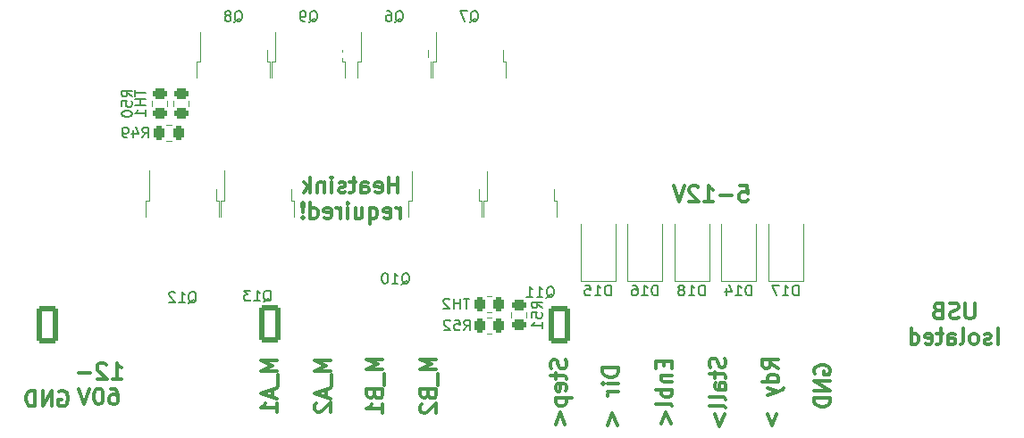
<source format=gbr>
%TF.GenerationSoftware,KiCad,Pcbnew,(6.0.4)*%
%TF.CreationDate,2022-07-31T14:49:55+02:00*%
%TF.ProjectId,HPDriver,48504472-6976-4657-922e-6b696361645f,1.0*%
%TF.SameCoordinates,Original*%
%TF.FileFunction,Legend,Bot*%
%TF.FilePolarity,Positive*%
%FSLAX46Y46*%
G04 Gerber Fmt 4.6, Leading zero omitted, Abs format (unit mm)*
G04 Created by KiCad (PCBNEW (6.0.4)) date 2022-07-31 14:49:55*
%MOMM*%
%LPD*%
G01*
G04 APERTURE LIST*
G04 Aperture macros list*
%AMRoundRect*
0 Rectangle with rounded corners*
0 $1 Rounding radius*
0 $2 $3 $4 $5 $6 $7 $8 $9 X,Y pos of 4 corners*
0 Add a 4 corners polygon primitive as box body*
4,1,4,$2,$3,$4,$5,$6,$7,$8,$9,$2,$3,0*
0 Add four circle primitives for the rounded corners*
1,1,$1+$1,$2,$3*
1,1,$1+$1,$4,$5*
1,1,$1+$1,$6,$7*
1,1,$1+$1,$8,$9*
0 Add four rect primitives between the rounded corners*
20,1,$1+$1,$2,$3,$4,$5,0*
20,1,$1+$1,$4,$5,$6,$7,0*
20,1,$1+$1,$6,$7,$8,$9,0*
20,1,$1+$1,$8,$9,$2,$3,0*%
G04 Aperture macros list end*
%ADD10C,0.300000*%
%ADD11C,0.150000*%
%ADD12C,0.120000*%
%ADD13R,1.800000X2.500000*%
%ADD14RoundRect,0.250000X-0.750000X-1.550000X0.750000X-1.550000X0.750000X1.550000X-0.750000X1.550000X0*%
%ADD15O,2.000000X3.600000*%
%ADD16C,1.000000*%
%ADD17R,1.200000X2.200000*%
%ADD18R,5.800000X6.400000*%
%ADD19C,4.400000*%
%ADD20C,3.800000*%
%ADD21RoundRect,0.250000X0.600000X-0.600000X0.600000X0.600000X-0.600000X0.600000X-0.600000X-0.600000X0*%
%ADD22C,1.700000*%
%ADD23RoundRect,0.250000X-0.450000X0.262500X-0.450000X-0.262500X0.450000X-0.262500X0.450000X0.262500X0*%
%ADD24RoundRect,0.250000X-0.262500X-0.450000X0.262500X-0.450000X0.262500X0.450000X-0.262500X0.450000X0*%
%ADD25C,0.800000*%
G04 APERTURE END LIST*
D10*
X110406571Y-134096428D02*
X108906571Y-134096428D01*
X109978000Y-134596428D01*
X108906571Y-135096428D01*
X110406571Y-135096428D01*
X110549428Y-135453571D02*
X110549428Y-136596428D01*
X109978000Y-136882142D02*
X109978000Y-137596428D01*
X110406571Y-136739285D02*
X108906571Y-137239285D01*
X110406571Y-137739285D01*
X110406571Y-139025000D02*
X110406571Y-138167857D01*
X110406571Y-138596428D02*
X108906571Y-138596428D01*
X109120857Y-138453571D01*
X109263714Y-138310714D01*
X109335142Y-138167857D01*
X161429000Y-135382142D02*
X161357571Y-135239285D01*
X161357571Y-135025000D01*
X161429000Y-134810714D01*
X161571857Y-134667857D01*
X161714714Y-134596428D01*
X162000428Y-134525000D01*
X162214714Y-134525000D01*
X162500428Y-134596428D01*
X162643285Y-134667857D01*
X162786142Y-134810714D01*
X162857571Y-135025000D01*
X162857571Y-135167857D01*
X162786142Y-135382142D01*
X162714714Y-135453571D01*
X162214714Y-135453571D01*
X162214714Y-135167857D01*
X162857571Y-136096428D02*
X161357571Y-136096428D01*
X162857571Y-136953571D01*
X161357571Y-136953571D01*
X162857571Y-137667857D02*
X161357571Y-137667857D01*
X161357571Y-138025000D01*
X161429000Y-138239285D01*
X161571857Y-138382142D01*
X161714714Y-138453571D01*
X162000428Y-138525000D01*
X162214714Y-138525000D01*
X162500428Y-138453571D01*
X162643285Y-138382142D01*
X162786142Y-138239285D01*
X162857571Y-138025000D01*
X162857571Y-137667857D01*
X137767142Y-134052857D02*
X137838571Y-134267142D01*
X137838571Y-134624285D01*
X137767142Y-134767142D01*
X137695714Y-134838571D01*
X137552857Y-134910000D01*
X137410000Y-134910000D01*
X137267142Y-134838571D01*
X137195714Y-134767142D01*
X137124285Y-134624285D01*
X137052857Y-134338571D01*
X136981428Y-134195714D01*
X136910000Y-134124285D01*
X136767142Y-134052857D01*
X136624285Y-134052857D01*
X136481428Y-134124285D01*
X136410000Y-134195714D01*
X136338571Y-134338571D01*
X136338571Y-134695714D01*
X136410000Y-134910000D01*
X136838571Y-135338571D02*
X136838571Y-135910000D01*
X136338571Y-135552857D02*
X137624285Y-135552857D01*
X137767142Y-135624285D01*
X137838571Y-135767142D01*
X137838571Y-135910000D01*
X137767142Y-136981428D02*
X137838571Y-136838571D01*
X137838571Y-136552857D01*
X137767142Y-136410000D01*
X137624285Y-136338571D01*
X137052857Y-136338571D01*
X136910000Y-136410000D01*
X136838571Y-136552857D01*
X136838571Y-136838571D01*
X136910000Y-136981428D01*
X137052857Y-137052857D01*
X137195714Y-137052857D01*
X137338571Y-136338571D01*
X136838571Y-137695714D02*
X138338571Y-137695714D01*
X136910000Y-137695714D02*
X136838571Y-137838571D01*
X136838571Y-138124285D01*
X136910000Y-138267142D01*
X136981428Y-138338571D01*
X137124285Y-138410000D01*
X137552857Y-138410000D01*
X137695714Y-138338571D01*
X137767142Y-138267142D01*
X137838571Y-138124285D01*
X137838571Y-137838571D01*
X137767142Y-137695714D01*
X136838571Y-140195714D02*
X137267142Y-139052857D01*
X137695714Y-140195714D01*
X142791571Y-134826714D02*
X141291571Y-134826714D01*
X141291571Y-135183857D01*
X141363000Y-135398142D01*
X141505857Y-135541000D01*
X141648714Y-135612428D01*
X141934428Y-135683857D01*
X142148714Y-135683857D01*
X142434428Y-135612428D01*
X142577285Y-135541000D01*
X142720142Y-135398142D01*
X142791571Y-135183857D01*
X142791571Y-134826714D01*
X142791571Y-136326714D02*
X141791571Y-136326714D01*
X141291571Y-136326714D02*
X141363000Y-136255285D01*
X141434428Y-136326714D01*
X141363000Y-136398142D01*
X141291571Y-136326714D01*
X141434428Y-136326714D01*
X142791571Y-137041000D02*
X141791571Y-137041000D01*
X142077285Y-137041000D02*
X141934428Y-137112428D01*
X141863000Y-137183857D01*
X141791571Y-137326714D01*
X141791571Y-137469571D01*
X141791571Y-140255285D02*
X142220142Y-139112428D01*
X142648714Y-140255285D01*
X147085857Y-134160000D02*
X147085857Y-134660000D01*
X147871571Y-134874285D02*
X147871571Y-134160000D01*
X146371571Y-134160000D01*
X146371571Y-134874285D01*
X146871571Y-135517142D02*
X147871571Y-135517142D01*
X147014428Y-135517142D02*
X146943000Y-135588571D01*
X146871571Y-135731428D01*
X146871571Y-135945714D01*
X146943000Y-136088571D01*
X147085857Y-136160000D01*
X147871571Y-136160000D01*
X147871571Y-136874285D02*
X146371571Y-136874285D01*
X146943000Y-136874285D02*
X146871571Y-137017142D01*
X146871571Y-137302857D01*
X146943000Y-137445714D01*
X147014428Y-137517142D01*
X147157285Y-137588571D01*
X147585857Y-137588571D01*
X147728714Y-137517142D01*
X147800142Y-137445714D01*
X147871571Y-137302857D01*
X147871571Y-137017142D01*
X147800142Y-136874285D01*
X147871571Y-138445714D02*
X147800142Y-138302857D01*
X147657285Y-138231428D01*
X146371571Y-138231428D01*
X146871571Y-140160000D02*
X147300142Y-139017142D01*
X147728714Y-140160000D01*
X152880142Y-133910000D02*
X152951571Y-134124285D01*
X152951571Y-134481428D01*
X152880142Y-134624285D01*
X152808714Y-134695714D01*
X152665857Y-134767142D01*
X152523000Y-134767142D01*
X152380142Y-134695714D01*
X152308714Y-134624285D01*
X152237285Y-134481428D01*
X152165857Y-134195714D01*
X152094428Y-134052857D01*
X152023000Y-133981428D01*
X151880142Y-133910000D01*
X151737285Y-133910000D01*
X151594428Y-133981428D01*
X151523000Y-134052857D01*
X151451571Y-134195714D01*
X151451571Y-134552857D01*
X151523000Y-134767142D01*
X151951571Y-135195714D02*
X151951571Y-135767142D01*
X151451571Y-135410000D02*
X152737285Y-135410000D01*
X152880142Y-135481428D01*
X152951571Y-135624285D01*
X152951571Y-135767142D01*
X152951571Y-136910000D02*
X152165857Y-136910000D01*
X152023000Y-136838571D01*
X151951571Y-136695714D01*
X151951571Y-136410000D01*
X152023000Y-136267142D01*
X152880142Y-136910000D02*
X152951571Y-136767142D01*
X152951571Y-136410000D01*
X152880142Y-136267142D01*
X152737285Y-136195714D01*
X152594428Y-136195714D01*
X152451571Y-136267142D01*
X152380142Y-136410000D01*
X152380142Y-136767142D01*
X152308714Y-136910000D01*
X152951571Y-137838571D02*
X152880142Y-137695714D01*
X152737285Y-137624285D01*
X151451571Y-137624285D01*
X152951571Y-138624285D02*
X152880142Y-138481428D01*
X152737285Y-138410000D01*
X151451571Y-138410000D01*
X151951571Y-139195714D02*
X152380142Y-140338571D01*
X152808714Y-139195714D01*
X157904571Y-134874285D02*
X157190285Y-134374285D01*
X157904571Y-134017142D02*
X156404571Y-134017142D01*
X156404571Y-134588571D01*
X156476000Y-134731428D01*
X156547428Y-134802857D01*
X156690285Y-134874285D01*
X156904571Y-134874285D01*
X157047428Y-134802857D01*
X157118857Y-134731428D01*
X157190285Y-134588571D01*
X157190285Y-134017142D01*
X157904571Y-136160000D02*
X156404571Y-136160000D01*
X157833142Y-136160000D02*
X157904571Y-136017142D01*
X157904571Y-135731428D01*
X157833142Y-135588571D01*
X157761714Y-135517142D01*
X157618857Y-135445714D01*
X157190285Y-135445714D01*
X157047428Y-135517142D01*
X156976000Y-135588571D01*
X156904571Y-135731428D01*
X156904571Y-136017142D01*
X156976000Y-136160000D01*
X156904571Y-136731428D02*
X157904571Y-137088571D01*
X156904571Y-137445714D02*
X157904571Y-137088571D01*
X158261714Y-136945714D01*
X158333142Y-136874285D01*
X158404571Y-136731428D01*
X156904571Y-139160000D02*
X157333142Y-140302857D01*
X157761714Y-139160000D01*
X115486571Y-134096428D02*
X113986571Y-134096428D01*
X115058000Y-134596428D01*
X113986571Y-135096428D01*
X115486571Y-135096428D01*
X115629428Y-135453571D02*
X115629428Y-136596428D01*
X115058000Y-136882142D02*
X115058000Y-137596428D01*
X115486571Y-136739285D02*
X113986571Y-137239285D01*
X115486571Y-137739285D01*
X114129428Y-138167857D02*
X114058000Y-138239285D01*
X113986571Y-138382142D01*
X113986571Y-138739285D01*
X114058000Y-138882142D01*
X114129428Y-138953571D01*
X114272285Y-139025000D01*
X114415142Y-139025000D01*
X114629428Y-138953571D01*
X115486571Y-138096428D01*
X115486571Y-139025000D01*
X120439571Y-133989285D02*
X118939571Y-133989285D01*
X120011000Y-134489285D01*
X118939571Y-134989285D01*
X120439571Y-134989285D01*
X120582428Y-135346428D02*
X120582428Y-136489285D01*
X119653857Y-137346428D02*
X119725285Y-137560714D01*
X119796714Y-137632142D01*
X119939571Y-137703571D01*
X120153857Y-137703571D01*
X120296714Y-137632142D01*
X120368142Y-137560714D01*
X120439571Y-137417857D01*
X120439571Y-136846428D01*
X118939571Y-136846428D01*
X118939571Y-137346428D01*
X119011000Y-137489285D01*
X119082428Y-137560714D01*
X119225285Y-137632142D01*
X119368142Y-137632142D01*
X119511000Y-137560714D01*
X119582428Y-137489285D01*
X119653857Y-137346428D01*
X119653857Y-136846428D01*
X120439571Y-139132142D02*
X120439571Y-138275000D01*
X120439571Y-138703571D02*
X118939571Y-138703571D01*
X119153857Y-138560714D01*
X119296714Y-138417857D01*
X119368142Y-138275000D01*
X125519571Y-133989285D02*
X124019571Y-133989285D01*
X125091000Y-134489285D01*
X124019571Y-134989285D01*
X125519571Y-134989285D01*
X125662428Y-135346428D02*
X125662428Y-136489285D01*
X124733857Y-137346428D02*
X124805285Y-137560714D01*
X124876714Y-137632142D01*
X125019571Y-137703571D01*
X125233857Y-137703571D01*
X125376714Y-137632142D01*
X125448142Y-137560714D01*
X125519571Y-137417857D01*
X125519571Y-136846428D01*
X124019571Y-136846428D01*
X124019571Y-137346428D01*
X124091000Y-137489285D01*
X124162428Y-137560714D01*
X124305285Y-137632142D01*
X124448142Y-137632142D01*
X124591000Y-137560714D01*
X124662428Y-137489285D01*
X124733857Y-137346428D01*
X124733857Y-136846428D01*
X124162428Y-138275000D02*
X124091000Y-138346428D01*
X124019571Y-138489285D01*
X124019571Y-138846428D01*
X124091000Y-138989285D01*
X124162428Y-139060714D01*
X124305285Y-139132142D01*
X124448142Y-139132142D01*
X124662428Y-139060714D01*
X125519571Y-138203571D01*
X125519571Y-139132142D01*
X176517857Y-128654071D02*
X176517857Y-129868357D01*
X176446428Y-130011214D01*
X176375000Y-130082642D01*
X176232142Y-130154071D01*
X175946428Y-130154071D01*
X175803571Y-130082642D01*
X175732142Y-130011214D01*
X175660714Y-129868357D01*
X175660714Y-128654071D01*
X175017857Y-130082642D02*
X174803571Y-130154071D01*
X174446428Y-130154071D01*
X174303571Y-130082642D01*
X174232142Y-130011214D01*
X174160714Y-129868357D01*
X174160714Y-129725500D01*
X174232142Y-129582642D01*
X174303571Y-129511214D01*
X174446428Y-129439785D01*
X174732142Y-129368357D01*
X174875000Y-129296928D01*
X174946428Y-129225500D01*
X175017857Y-129082642D01*
X175017857Y-128939785D01*
X174946428Y-128796928D01*
X174875000Y-128725500D01*
X174732142Y-128654071D01*
X174375000Y-128654071D01*
X174160714Y-128725500D01*
X173017857Y-129368357D02*
X172803571Y-129439785D01*
X172732142Y-129511214D01*
X172660714Y-129654071D01*
X172660714Y-129868357D01*
X172732142Y-130011214D01*
X172803571Y-130082642D01*
X172946428Y-130154071D01*
X173517857Y-130154071D01*
X173517857Y-128654071D01*
X173017857Y-128654071D01*
X172875000Y-128725500D01*
X172803571Y-128796928D01*
X172732142Y-128939785D01*
X172732142Y-129082642D01*
X172803571Y-129225500D01*
X172875000Y-129296928D01*
X173017857Y-129368357D01*
X173517857Y-129368357D01*
X178732142Y-132569071D02*
X178732142Y-131069071D01*
X178089285Y-132497642D02*
X177946428Y-132569071D01*
X177660714Y-132569071D01*
X177517857Y-132497642D01*
X177446428Y-132354785D01*
X177446428Y-132283357D01*
X177517857Y-132140500D01*
X177660714Y-132069071D01*
X177875000Y-132069071D01*
X178017857Y-131997642D01*
X178089285Y-131854785D01*
X178089285Y-131783357D01*
X178017857Y-131640500D01*
X177875000Y-131569071D01*
X177660714Y-131569071D01*
X177517857Y-131640500D01*
X176589285Y-132569071D02*
X176732142Y-132497642D01*
X176803571Y-132426214D01*
X176875000Y-132283357D01*
X176875000Y-131854785D01*
X176803571Y-131711928D01*
X176732142Y-131640500D01*
X176589285Y-131569071D01*
X176375000Y-131569071D01*
X176232142Y-131640500D01*
X176160714Y-131711928D01*
X176089285Y-131854785D01*
X176089285Y-132283357D01*
X176160714Y-132426214D01*
X176232142Y-132497642D01*
X176375000Y-132569071D01*
X176589285Y-132569071D01*
X175232142Y-132569071D02*
X175375000Y-132497642D01*
X175446428Y-132354785D01*
X175446428Y-131069071D01*
X174017857Y-132569071D02*
X174017857Y-131783357D01*
X174089285Y-131640500D01*
X174232142Y-131569071D01*
X174517857Y-131569071D01*
X174660714Y-131640500D01*
X174017857Y-132497642D02*
X174160714Y-132569071D01*
X174517857Y-132569071D01*
X174660714Y-132497642D01*
X174732142Y-132354785D01*
X174732142Y-132211928D01*
X174660714Y-132069071D01*
X174517857Y-131997642D01*
X174160714Y-131997642D01*
X174017857Y-131926214D01*
X173517857Y-131569071D02*
X172946428Y-131569071D01*
X173303571Y-131069071D02*
X173303571Y-132354785D01*
X173232142Y-132497642D01*
X173089285Y-132569071D01*
X172946428Y-132569071D01*
X171875000Y-132497642D02*
X172017857Y-132569071D01*
X172303571Y-132569071D01*
X172446428Y-132497642D01*
X172517857Y-132354785D01*
X172517857Y-131783357D01*
X172446428Y-131640500D01*
X172303571Y-131569071D01*
X172017857Y-131569071D01*
X171875000Y-131640500D01*
X171803571Y-131783357D01*
X171803571Y-131926214D01*
X172517857Y-132069071D01*
X170517857Y-132569071D02*
X170517857Y-131069071D01*
X170517857Y-132497642D02*
X170660714Y-132569071D01*
X170946428Y-132569071D01*
X171089285Y-132497642D01*
X171160714Y-132426214D01*
X171232142Y-132283357D01*
X171232142Y-131854785D01*
X171160714Y-131711928D01*
X171089285Y-131640500D01*
X170946428Y-131569071D01*
X170660714Y-131569071D01*
X170517857Y-131640500D01*
X89788857Y-137045000D02*
X89931714Y-136973571D01*
X90146000Y-136973571D01*
X90360285Y-137045000D01*
X90503142Y-137187857D01*
X90574571Y-137330714D01*
X90646000Y-137616428D01*
X90646000Y-137830714D01*
X90574571Y-138116428D01*
X90503142Y-138259285D01*
X90360285Y-138402142D01*
X90146000Y-138473571D01*
X90003142Y-138473571D01*
X89788857Y-138402142D01*
X89717428Y-138330714D01*
X89717428Y-137830714D01*
X90003142Y-137830714D01*
X89074571Y-138473571D02*
X89074571Y-136973571D01*
X88217428Y-138473571D01*
X88217428Y-136973571D01*
X87503142Y-138473571D02*
X87503142Y-136973571D01*
X87146000Y-136973571D01*
X86931714Y-137045000D01*
X86788857Y-137187857D01*
X86717428Y-137330714D01*
X86646000Y-137616428D01*
X86646000Y-137830714D01*
X86717428Y-138116428D01*
X86788857Y-138259285D01*
X86931714Y-138402142D01*
X87146000Y-138473571D01*
X87503142Y-138473571D01*
X154280857Y-117542571D02*
X154995142Y-117542571D01*
X155066571Y-118256857D01*
X154995142Y-118185428D01*
X154852285Y-118114000D01*
X154495142Y-118114000D01*
X154352285Y-118185428D01*
X154280857Y-118256857D01*
X154209428Y-118399714D01*
X154209428Y-118756857D01*
X154280857Y-118899714D01*
X154352285Y-118971142D01*
X154495142Y-119042571D01*
X154852285Y-119042571D01*
X154995142Y-118971142D01*
X155066571Y-118899714D01*
X153566571Y-118471142D02*
X152423714Y-118471142D01*
X150923714Y-119042571D02*
X151780857Y-119042571D01*
X151352285Y-119042571D02*
X151352285Y-117542571D01*
X151495142Y-117756857D01*
X151638000Y-117899714D01*
X151780857Y-117971142D01*
X150352285Y-117685428D02*
X150280857Y-117614000D01*
X150138000Y-117542571D01*
X149780857Y-117542571D01*
X149638000Y-117614000D01*
X149566571Y-117685428D01*
X149495142Y-117828285D01*
X149495142Y-117971142D01*
X149566571Y-118185428D01*
X150423714Y-119042571D01*
X149495142Y-119042571D01*
X149066571Y-117542571D02*
X148566571Y-119042571D01*
X148066571Y-117542571D01*
X121903571Y-118216071D02*
X121903571Y-116716071D01*
X121903571Y-117430357D02*
X121046428Y-117430357D01*
X121046428Y-118216071D02*
X121046428Y-116716071D01*
X119760714Y-118144642D02*
X119903571Y-118216071D01*
X120189285Y-118216071D01*
X120332142Y-118144642D01*
X120403571Y-118001785D01*
X120403571Y-117430357D01*
X120332142Y-117287500D01*
X120189285Y-117216071D01*
X119903571Y-117216071D01*
X119760714Y-117287500D01*
X119689285Y-117430357D01*
X119689285Y-117573214D01*
X120403571Y-117716071D01*
X118403571Y-118216071D02*
X118403571Y-117430357D01*
X118475000Y-117287500D01*
X118617857Y-117216071D01*
X118903571Y-117216071D01*
X119046428Y-117287500D01*
X118403571Y-118144642D02*
X118546428Y-118216071D01*
X118903571Y-118216071D01*
X119046428Y-118144642D01*
X119117857Y-118001785D01*
X119117857Y-117858928D01*
X119046428Y-117716071D01*
X118903571Y-117644642D01*
X118546428Y-117644642D01*
X118403571Y-117573214D01*
X117903571Y-117216071D02*
X117332142Y-117216071D01*
X117689285Y-116716071D02*
X117689285Y-118001785D01*
X117617857Y-118144642D01*
X117475000Y-118216071D01*
X117332142Y-118216071D01*
X116903571Y-118144642D02*
X116760714Y-118216071D01*
X116475000Y-118216071D01*
X116332142Y-118144642D01*
X116260714Y-118001785D01*
X116260714Y-117930357D01*
X116332142Y-117787500D01*
X116475000Y-117716071D01*
X116689285Y-117716071D01*
X116832142Y-117644642D01*
X116903571Y-117501785D01*
X116903571Y-117430357D01*
X116832142Y-117287500D01*
X116689285Y-117216071D01*
X116475000Y-117216071D01*
X116332142Y-117287500D01*
X115617857Y-118216071D02*
X115617857Y-117216071D01*
X115617857Y-116716071D02*
X115689285Y-116787500D01*
X115617857Y-116858928D01*
X115546428Y-116787500D01*
X115617857Y-116716071D01*
X115617857Y-116858928D01*
X114903571Y-117216071D02*
X114903571Y-118216071D01*
X114903571Y-117358928D02*
X114832142Y-117287500D01*
X114689285Y-117216071D01*
X114475000Y-117216071D01*
X114332142Y-117287500D01*
X114260714Y-117430357D01*
X114260714Y-118216071D01*
X113546428Y-118216071D02*
X113546428Y-116716071D01*
X113403571Y-117644642D02*
X112975000Y-118216071D01*
X112975000Y-117216071D02*
X113546428Y-117787500D01*
X122082142Y-120631071D02*
X122082142Y-119631071D01*
X122082142Y-119916785D02*
X122010714Y-119773928D01*
X121939285Y-119702500D01*
X121796428Y-119631071D01*
X121653571Y-119631071D01*
X120582142Y-120559642D02*
X120725000Y-120631071D01*
X121010714Y-120631071D01*
X121153571Y-120559642D01*
X121225000Y-120416785D01*
X121225000Y-119845357D01*
X121153571Y-119702500D01*
X121010714Y-119631071D01*
X120725000Y-119631071D01*
X120582142Y-119702500D01*
X120510714Y-119845357D01*
X120510714Y-119988214D01*
X121225000Y-120131071D01*
X119225000Y-119631071D02*
X119225000Y-121131071D01*
X119225000Y-120559642D02*
X119367857Y-120631071D01*
X119653571Y-120631071D01*
X119796428Y-120559642D01*
X119867857Y-120488214D01*
X119939285Y-120345357D01*
X119939285Y-119916785D01*
X119867857Y-119773928D01*
X119796428Y-119702500D01*
X119653571Y-119631071D01*
X119367857Y-119631071D01*
X119225000Y-119702500D01*
X117867857Y-119631071D02*
X117867857Y-120631071D01*
X118510714Y-119631071D02*
X118510714Y-120416785D01*
X118439285Y-120559642D01*
X118296428Y-120631071D01*
X118082142Y-120631071D01*
X117939285Y-120559642D01*
X117867857Y-120488214D01*
X117153571Y-120631071D02*
X117153571Y-119631071D01*
X117153571Y-119131071D02*
X117225000Y-119202500D01*
X117153571Y-119273928D01*
X117082142Y-119202500D01*
X117153571Y-119131071D01*
X117153571Y-119273928D01*
X116439285Y-120631071D02*
X116439285Y-119631071D01*
X116439285Y-119916785D02*
X116367857Y-119773928D01*
X116296428Y-119702500D01*
X116153571Y-119631071D01*
X116010714Y-119631071D01*
X114939285Y-120559642D02*
X115082142Y-120631071D01*
X115367857Y-120631071D01*
X115510714Y-120559642D01*
X115582142Y-120416785D01*
X115582142Y-119845357D01*
X115510714Y-119702500D01*
X115367857Y-119631071D01*
X115082142Y-119631071D01*
X114939285Y-119702500D01*
X114867857Y-119845357D01*
X114867857Y-119988214D01*
X115582142Y-120131071D01*
X113582142Y-120631071D02*
X113582142Y-119131071D01*
X113582142Y-120559642D02*
X113725000Y-120631071D01*
X114010714Y-120631071D01*
X114153571Y-120559642D01*
X114225000Y-120488214D01*
X114296428Y-120345357D01*
X114296428Y-119916785D01*
X114225000Y-119773928D01*
X114153571Y-119702500D01*
X114010714Y-119631071D01*
X113725000Y-119631071D01*
X113582142Y-119702500D01*
X112867857Y-120488214D02*
X112796428Y-120559642D01*
X112867857Y-120631071D01*
X112939285Y-120559642D01*
X112867857Y-120488214D01*
X112867857Y-120631071D01*
X112867857Y-120059642D02*
X112939285Y-119202500D01*
X112867857Y-119131071D01*
X112796428Y-119202500D01*
X112867857Y-120059642D01*
X112867857Y-119131071D01*
X94813285Y-135869071D02*
X95670428Y-135869071D01*
X95241857Y-135869071D02*
X95241857Y-134369071D01*
X95384714Y-134583357D01*
X95527571Y-134726214D01*
X95670428Y-134797642D01*
X94241857Y-134511928D02*
X94170428Y-134440500D01*
X94027571Y-134369071D01*
X93670428Y-134369071D01*
X93527571Y-134440500D01*
X93456142Y-134511928D01*
X93384714Y-134654785D01*
X93384714Y-134797642D01*
X93456142Y-135011928D01*
X94313285Y-135869071D01*
X93384714Y-135869071D01*
X92741857Y-135297642D02*
X91599000Y-135297642D01*
X94670428Y-136784071D02*
X94956142Y-136784071D01*
X95099000Y-136855500D01*
X95170428Y-136926928D01*
X95313285Y-137141214D01*
X95384714Y-137426928D01*
X95384714Y-137998357D01*
X95313285Y-138141214D01*
X95241857Y-138212642D01*
X95099000Y-138284071D01*
X94813285Y-138284071D01*
X94670428Y-138212642D01*
X94599000Y-138141214D01*
X94527571Y-137998357D01*
X94527571Y-137641214D01*
X94599000Y-137498357D01*
X94670428Y-137426928D01*
X94813285Y-137355500D01*
X95099000Y-137355500D01*
X95241857Y-137426928D01*
X95313285Y-137498357D01*
X95384714Y-137641214D01*
X93599000Y-136784071D02*
X93456142Y-136784071D01*
X93313285Y-136855500D01*
X93241857Y-136926928D01*
X93170428Y-137069785D01*
X93099000Y-137355500D01*
X93099000Y-137712642D01*
X93170428Y-137998357D01*
X93241857Y-138141214D01*
X93313285Y-138212642D01*
X93456142Y-138284071D01*
X93599000Y-138284071D01*
X93741857Y-138212642D01*
X93813285Y-138141214D01*
X93884714Y-137998357D01*
X93956142Y-137712642D01*
X93956142Y-137355500D01*
X93884714Y-137069785D01*
X93813285Y-136926928D01*
X93741857Y-136855500D01*
X93599000Y-136784071D01*
X92670428Y-136784071D02*
X92170428Y-138284071D01*
X91670428Y-136784071D01*
D11*
X155392285Y-127960380D02*
X155392285Y-126960380D01*
X155154190Y-126960380D01*
X155011333Y-127008000D01*
X154916095Y-127103238D01*
X154868476Y-127198476D01*
X154820857Y-127388952D01*
X154820857Y-127531809D01*
X154868476Y-127722285D01*
X154916095Y-127817523D01*
X155011333Y-127912761D01*
X155154190Y-127960380D01*
X155392285Y-127960380D01*
X153868476Y-127960380D02*
X154439904Y-127960380D01*
X154154190Y-127960380D02*
X154154190Y-126960380D01*
X154249428Y-127103238D01*
X154344666Y-127198476D01*
X154439904Y-127246095D01*
X153011333Y-127293714D02*
X153011333Y-127960380D01*
X153249428Y-126912761D02*
X153487523Y-127627047D01*
X152868476Y-127627047D01*
X106394238Y-102020619D02*
X106489476Y-101973000D01*
X106584714Y-101877761D01*
X106727571Y-101734904D01*
X106822809Y-101687285D01*
X106918047Y-101687285D01*
X106870428Y-101925380D02*
X106965666Y-101877761D01*
X107060904Y-101782523D01*
X107108523Y-101592047D01*
X107108523Y-101258714D01*
X107060904Y-101068238D01*
X106965666Y-100973000D01*
X106870428Y-100925380D01*
X106679952Y-100925380D01*
X106584714Y-100973000D01*
X106489476Y-101068238D01*
X106441857Y-101258714D01*
X106441857Y-101592047D01*
X106489476Y-101782523D01*
X106584714Y-101877761D01*
X106679952Y-101925380D01*
X106870428Y-101925380D01*
X105870428Y-101353952D02*
X105965666Y-101306333D01*
X106013285Y-101258714D01*
X106060904Y-101163476D01*
X106060904Y-101115857D01*
X106013285Y-101020619D01*
X105965666Y-100973000D01*
X105870428Y-100925380D01*
X105679952Y-100925380D01*
X105584714Y-100973000D01*
X105537095Y-101020619D01*
X105489476Y-101115857D01*
X105489476Y-101163476D01*
X105537095Y-101258714D01*
X105584714Y-101306333D01*
X105679952Y-101353952D01*
X105870428Y-101353952D01*
X105965666Y-101401571D01*
X106013285Y-101449190D01*
X106060904Y-101544428D01*
X106060904Y-101734904D01*
X106013285Y-101830142D01*
X105965666Y-101877761D01*
X105870428Y-101925380D01*
X105679952Y-101925380D01*
X105584714Y-101877761D01*
X105537095Y-101830142D01*
X105489476Y-101734904D01*
X105489476Y-101544428D01*
X105537095Y-101449190D01*
X105584714Y-101401571D01*
X105679952Y-101353952D01*
X113506238Y-102020619D02*
X113601476Y-101973000D01*
X113696714Y-101877761D01*
X113839571Y-101734904D01*
X113934809Y-101687285D01*
X114030047Y-101687285D01*
X113982428Y-101925380D02*
X114077666Y-101877761D01*
X114172904Y-101782523D01*
X114220523Y-101592047D01*
X114220523Y-101258714D01*
X114172904Y-101068238D01*
X114077666Y-100973000D01*
X113982428Y-100925380D01*
X113791952Y-100925380D01*
X113696714Y-100973000D01*
X113601476Y-101068238D01*
X113553857Y-101258714D01*
X113553857Y-101592047D01*
X113601476Y-101782523D01*
X113696714Y-101877761D01*
X113791952Y-101925380D01*
X113982428Y-101925380D01*
X113077666Y-101925380D02*
X112887190Y-101925380D01*
X112791952Y-101877761D01*
X112744333Y-101830142D01*
X112649095Y-101687285D01*
X112601476Y-101496809D01*
X112601476Y-101115857D01*
X112649095Y-101020619D01*
X112696714Y-100973000D01*
X112791952Y-100925380D01*
X112982428Y-100925380D01*
X113077666Y-100973000D01*
X113125285Y-101020619D01*
X113172904Y-101115857D01*
X113172904Y-101353952D01*
X113125285Y-101449190D01*
X113077666Y-101496809D01*
X112982428Y-101544428D01*
X112791952Y-101544428D01*
X112696714Y-101496809D01*
X112649095Y-101449190D01*
X112601476Y-101353952D01*
X122237428Y-126912619D02*
X122332666Y-126865000D01*
X122427904Y-126769761D01*
X122570761Y-126626904D01*
X122666000Y-126579285D01*
X122761238Y-126579285D01*
X122713619Y-126817380D02*
X122808857Y-126769761D01*
X122904095Y-126674523D01*
X122951714Y-126484047D01*
X122951714Y-126150714D01*
X122904095Y-125960238D01*
X122808857Y-125865000D01*
X122713619Y-125817380D01*
X122523142Y-125817380D01*
X122427904Y-125865000D01*
X122332666Y-125960238D01*
X122285047Y-126150714D01*
X122285047Y-126484047D01*
X122332666Y-126674523D01*
X122427904Y-126769761D01*
X122523142Y-126817380D01*
X122713619Y-126817380D01*
X121332666Y-126817380D02*
X121904095Y-126817380D01*
X121618380Y-126817380D02*
X121618380Y-125817380D01*
X121713619Y-125960238D01*
X121808857Y-126055476D01*
X121904095Y-126103095D01*
X120713619Y-125817380D02*
X120618380Y-125817380D01*
X120523142Y-125865000D01*
X120475523Y-125912619D01*
X120427904Y-126007857D01*
X120380285Y-126198333D01*
X120380285Y-126436428D01*
X120427904Y-126626904D01*
X120475523Y-126722142D01*
X120523142Y-126769761D01*
X120618380Y-126817380D01*
X120713619Y-126817380D01*
X120808857Y-126769761D01*
X120856476Y-126722142D01*
X120904095Y-126626904D01*
X120951714Y-126436428D01*
X120951714Y-126198333D01*
X120904095Y-126007857D01*
X120856476Y-125912619D01*
X120808857Y-125865000D01*
X120713619Y-125817380D01*
X135953428Y-128182619D02*
X136048666Y-128135000D01*
X136143904Y-128039761D01*
X136286761Y-127896904D01*
X136382000Y-127849285D01*
X136477238Y-127849285D01*
X136429619Y-128087380D02*
X136524857Y-128039761D01*
X136620095Y-127944523D01*
X136667714Y-127754047D01*
X136667714Y-127420714D01*
X136620095Y-127230238D01*
X136524857Y-127135000D01*
X136429619Y-127087380D01*
X136239142Y-127087380D01*
X136143904Y-127135000D01*
X136048666Y-127230238D01*
X136001047Y-127420714D01*
X136001047Y-127754047D01*
X136048666Y-127944523D01*
X136143904Y-128039761D01*
X136239142Y-128087380D01*
X136429619Y-128087380D01*
X135048666Y-128087380D02*
X135620095Y-128087380D01*
X135334380Y-128087380D02*
X135334380Y-127087380D01*
X135429619Y-127230238D01*
X135524857Y-127325476D01*
X135620095Y-127373095D01*
X134096285Y-128087380D02*
X134667714Y-128087380D01*
X134382000Y-128087380D02*
X134382000Y-127087380D01*
X134477238Y-127230238D01*
X134572476Y-127325476D01*
X134667714Y-127373095D01*
X102044428Y-128690619D02*
X102139666Y-128643000D01*
X102234904Y-128547761D01*
X102377761Y-128404904D01*
X102473000Y-128357285D01*
X102568238Y-128357285D01*
X102520619Y-128595380D02*
X102615857Y-128547761D01*
X102711095Y-128452523D01*
X102758714Y-128262047D01*
X102758714Y-127928714D01*
X102711095Y-127738238D01*
X102615857Y-127643000D01*
X102520619Y-127595380D01*
X102330142Y-127595380D01*
X102234904Y-127643000D01*
X102139666Y-127738238D01*
X102092047Y-127928714D01*
X102092047Y-128262047D01*
X102139666Y-128452523D01*
X102234904Y-128547761D01*
X102330142Y-128595380D01*
X102520619Y-128595380D01*
X101139666Y-128595380D02*
X101711095Y-128595380D01*
X101425380Y-128595380D02*
X101425380Y-127595380D01*
X101520619Y-127738238D01*
X101615857Y-127833476D01*
X101711095Y-127881095D01*
X100758714Y-127690619D02*
X100711095Y-127643000D01*
X100615857Y-127595380D01*
X100377761Y-127595380D01*
X100282523Y-127643000D01*
X100234904Y-127690619D01*
X100187285Y-127785857D01*
X100187285Y-127881095D01*
X100234904Y-128023952D01*
X100806333Y-128595380D01*
X100187285Y-128595380D01*
X109156428Y-128563619D02*
X109251666Y-128516000D01*
X109346904Y-128420761D01*
X109489761Y-128277904D01*
X109585000Y-128230285D01*
X109680238Y-128230285D01*
X109632619Y-128468380D02*
X109727857Y-128420761D01*
X109823095Y-128325523D01*
X109870714Y-128135047D01*
X109870714Y-127801714D01*
X109823095Y-127611238D01*
X109727857Y-127516000D01*
X109632619Y-127468380D01*
X109442142Y-127468380D01*
X109346904Y-127516000D01*
X109251666Y-127611238D01*
X109204047Y-127801714D01*
X109204047Y-128135047D01*
X109251666Y-128325523D01*
X109346904Y-128420761D01*
X109442142Y-128468380D01*
X109632619Y-128468380D01*
X108251666Y-128468380D02*
X108823095Y-128468380D01*
X108537380Y-128468380D02*
X108537380Y-127468380D01*
X108632619Y-127611238D01*
X108727857Y-127706476D01*
X108823095Y-127754095D01*
X107918333Y-127468380D02*
X107299285Y-127468380D01*
X107632619Y-127849333D01*
X107489761Y-127849333D01*
X107394523Y-127896952D01*
X107346904Y-127944571D01*
X107299285Y-128039809D01*
X107299285Y-128277904D01*
X107346904Y-128373142D01*
X107394523Y-128420761D01*
X107489761Y-128468380D01*
X107775476Y-128468380D01*
X107870714Y-128420761D01*
X107918333Y-128373142D01*
X121634238Y-102020619D02*
X121729476Y-101973000D01*
X121824714Y-101877761D01*
X121967571Y-101734904D01*
X122062809Y-101687285D01*
X122158047Y-101687285D01*
X122110428Y-101925380D02*
X122205666Y-101877761D01*
X122300904Y-101782523D01*
X122348523Y-101592047D01*
X122348523Y-101258714D01*
X122300904Y-101068238D01*
X122205666Y-100973000D01*
X122110428Y-100925380D01*
X121919952Y-100925380D01*
X121824714Y-100973000D01*
X121729476Y-101068238D01*
X121681857Y-101258714D01*
X121681857Y-101592047D01*
X121729476Y-101782523D01*
X121824714Y-101877761D01*
X121919952Y-101925380D01*
X122110428Y-101925380D01*
X120824714Y-100925380D02*
X121015190Y-100925380D01*
X121110428Y-100973000D01*
X121158047Y-101020619D01*
X121253285Y-101163476D01*
X121300904Y-101353952D01*
X121300904Y-101734904D01*
X121253285Y-101830142D01*
X121205666Y-101877761D01*
X121110428Y-101925380D01*
X120919952Y-101925380D01*
X120824714Y-101877761D01*
X120777095Y-101830142D01*
X120729476Y-101734904D01*
X120729476Y-101496809D01*
X120777095Y-101401571D01*
X120824714Y-101353952D01*
X120919952Y-101306333D01*
X121110428Y-101306333D01*
X121205666Y-101353952D01*
X121253285Y-101401571D01*
X121300904Y-101496809D01*
X135580380Y-129151142D02*
X135104190Y-128817809D01*
X135580380Y-128579714D02*
X134580380Y-128579714D01*
X134580380Y-128960666D01*
X134628000Y-129055904D01*
X134675619Y-129103523D01*
X134770857Y-129151142D01*
X134913714Y-129151142D01*
X135008952Y-129103523D01*
X135056571Y-129055904D01*
X135104190Y-128960666D01*
X135104190Y-128579714D01*
X134580380Y-130055904D02*
X134580380Y-129579714D01*
X135056571Y-129532095D01*
X135008952Y-129579714D01*
X134961333Y-129674952D01*
X134961333Y-129913047D01*
X135008952Y-130008285D01*
X135056571Y-130055904D01*
X135151809Y-130103523D01*
X135389904Y-130103523D01*
X135485142Y-130055904D01*
X135532761Y-130008285D01*
X135580380Y-129913047D01*
X135580380Y-129674952D01*
X135532761Y-129579714D01*
X135485142Y-129532095D01*
X135580380Y-131055904D02*
X135580380Y-130484476D01*
X135580380Y-130770190D02*
X134580380Y-130770190D01*
X134723238Y-130674952D01*
X134818476Y-130579714D01*
X134866095Y-130484476D01*
X97670857Y-112974380D02*
X98004190Y-112498190D01*
X98242285Y-112974380D02*
X98242285Y-111974380D01*
X97861333Y-111974380D01*
X97766095Y-112022000D01*
X97718476Y-112069619D01*
X97670857Y-112164857D01*
X97670857Y-112307714D01*
X97718476Y-112402952D01*
X97766095Y-112450571D01*
X97861333Y-112498190D01*
X98242285Y-112498190D01*
X96813714Y-112307714D02*
X96813714Y-112974380D01*
X97051809Y-111926761D02*
X97289904Y-112641047D01*
X96670857Y-112641047D01*
X96242285Y-112974380D02*
X96051809Y-112974380D01*
X95956571Y-112926761D01*
X95908952Y-112879142D01*
X95813714Y-112736285D01*
X95766095Y-112545809D01*
X95766095Y-112164857D01*
X95813714Y-112069619D01*
X95861333Y-112022000D01*
X95956571Y-111974380D01*
X96147047Y-111974380D01*
X96242285Y-112022000D01*
X96289904Y-112069619D01*
X96337523Y-112164857D01*
X96337523Y-112402952D01*
X96289904Y-112498190D01*
X96242285Y-112545809D01*
X96147047Y-112593428D01*
X95956571Y-112593428D01*
X95861333Y-112545809D01*
X95813714Y-112498190D01*
X95766095Y-112402952D01*
X128666714Y-128230380D02*
X128095285Y-128230380D01*
X128381000Y-129230380D02*
X128381000Y-128230380D01*
X127761952Y-129230380D02*
X127761952Y-128230380D01*
X127761952Y-128706571D02*
X127190523Y-128706571D01*
X127190523Y-129230380D02*
X127190523Y-128230380D01*
X126761952Y-128325619D02*
X126714333Y-128278000D01*
X126619095Y-128230380D01*
X126381000Y-128230380D01*
X126285761Y-128278000D01*
X126238142Y-128325619D01*
X126190523Y-128420857D01*
X126190523Y-128516095D01*
X126238142Y-128658952D01*
X126809571Y-129230380D01*
X126190523Y-129230380D01*
X96988380Y-108442285D02*
X96988380Y-109013714D01*
X97988380Y-108728000D02*
X96988380Y-108728000D01*
X97988380Y-109347047D02*
X96988380Y-109347047D01*
X97464571Y-109347047D02*
X97464571Y-109918476D01*
X97988380Y-109918476D02*
X96988380Y-109918476D01*
X97988380Y-110918476D02*
X97988380Y-110347047D01*
X97988380Y-110632761D02*
X96988380Y-110632761D01*
X97131238Y-110537523D01*
X97226476Y-110442285D01*
X97274095Y-110347047D01*
X128746238Y-102020619D02*
X128841476Y-101973000D01*
X128936714Y-101877761D01*
X129079571Y-101734904D01*
X129174809Y-101687285D01*
X129270047Y-101687285D01*
X129222428Y-101925380D02*
X129317666Y-101877761D01*
X129412904Y-101782523D01*
X129460523Y-101592047D01*
X129460523Y-101258714D01*
X129412904Y-101068238D01*
X129317666Y-100973000D01*
X129222428Y-100925380D01*
X129031952Y-100925380D01*
X128936714Y-100973000D01*
X128841476Y-101068238D01*
X128793857Y-101258714D01*
X128793857Y-101592047D01*
X128841476Y-101782523D01*
X128936714Y-101877761D01*
X129031952Y-101925380D01*
X129222428Y-101925380D01*
X128460523Y-100925380D02*
X127793857Y-100925380D01*
X128222428Y-101925380D01*
X96718380Y-109085142D02*
X96242190Y-108751809D01*
X96718380Y-108513714D02*
X95718380Y-108513714D01*
X95718380Y-108894666D01*
X95766000Y-108989904D01*
X95813619Y-109037523D01*
X95908857Y-109085142D01*
X96051714Y-109085142D01*
X96146952Y-109037523D01*
X96194571Y-108989904D01*
X96242190Y-108894666D01*
X96242190Y-108513714D01*
X95718380Y-109989904D02*
X95718380Y-109513714D01*
X96194571Y-109466095D01*
X96146952Y-109513714D01*
X96099333Y-109608952D01*
X96099333Y-109847047D01*
X96146952Y-109942285D01*
X96194571Y-109989904D01*
X96289809Y-110037523D01*
X96527904Y-110037523D01*
X96623142Y-109989904D01*
X96670761Y-109942285D01*
X96718380Y-109847047D01*
X96718380Y-109608952D01*
X96670761Y-109513714D01*
X96623142Y-109466095D01*
X95718380Y-110656571D02*
X95718380Y-110751809D01*
X95766000Y-110847047D01*
X95813619Y-110894666D01*
X95908857Y-110942285D01*
X96099333Y-110989904D01*
X96337428Y-110989904D01*
X96527904Y-110942285D01*
X96623142Y-110894666D01*
X96670761Y-110847047D01*
X96718380Y-110751809D01*
X96718380Y-110656571D01*
X96670761Y-110561333D01*
X96623142Y-110513714D01*
X96527904Y-110466095D01*
X96337428Y-110418476D01*
X96099333Y-110418476D01*
X95908857Y-110466095D01*
X95813619Y-110513714D01*
X95766000Y-110561333D01*
X95718380Y-110656571D01*
X128150857Y-131262380D02*
X128484190Y-130786190D01*
X128722285Y-131262380D02*
X128722285Y-130262380D01*
X128341333Y-130262380D01*
X128246095Y-130310000D01*
X128198476Y-130357619D01*
X128150857Y-130452857D01*
X128150857Y-130595714D01*
X128198476Y-130690952D01*
X128246095Y-130738571D01*
X128341333Y-130786190D01*
X128722285Y-130786190D01*
X127246095Y-130262380D02*
X127722285Y-130262380D01*
X127769904Y-130738571D01*
X127722285Y-130690952D01*
X127627047Y-130643333D01*
X127388952Y-130643333D01*
X127293714Y-130690952D01*
X127246095Y-130738571D01*
X127198476Y-130833809D01*
X127198476Y-131071904D01*
X127246095Y-131167142D01*
X127293714Y-131214761D01*
X127388952Y-131262380D01*
X127627047Y-131262380D01*
X127722285Y-131214761D01*
X127769904Y-131167142D01*
X126817523Y-130357619D02*
X126769904Y-130310000D01*
X126674666Y-130262380D01*
X126436571Y-130262380D01*
X126341333Y-130310000D01*
X126293714Y-130357619D01*
X126246095Y-130452857D01*
X126246095Y-130548095D01*
X126293714Y-130690952D01*
X126865142Y-131262380D01*
X126246095Y-131262380D01*
X142057285Y-127960380D02*
X142057285Y-126960380D01*
X141819190Y-126960380D01*
X141676333Y-127008000D01*
X141581095Y-127103238D01*
X141533476Y-127198476D01*
X141485857Y-127388952D01*
X141485857Y-127531809D01*
X141533476Y-127722285D01*
X141581095Y-127817523D01*
X141676333Y-127912761D01*
X141819190Y-127960380D01*
X142057285Y-127960380D01*
X140533476Y-127960380D02*
X141104904Y-127960380D01*
X140819190Y-127960380D02*
X140819190Y-126960380D01*
X140914428Y-127103238D01*
X141009666Y-127198476D01*
X141104904Y-127246095D01*
X139628714Y-126960380D02*
X140104904Y-126960380D01*
X140152523Y-127436571D01*
X140104904Y-127388952D01*
X140009666Y-127341333D01*
X139771571Y-127341333D01*
X139676333Y-127388952D01*
X139628714Y-127436571D01*
X139581095Y-127531809D01*
X139581095Y-127769904D01*
X139628714Y-127865142D01*
X139676333Y-127912761D01*
X139771571Y-127960380D01*
X140009666Y-127960380D01*
X140104904Y-127912761D01*
X140152523Y-127865142D01*
X146502285Y-127960380D02*
X146502285Y-126960380D01*
X146264190Y-126960380D01*
X146121333Y-127008000D01*
X146026095Y-127103238D01*
X145978476Y-127198476D01*
X145930857Y-127388952D01*
X145930857Y-127531809D01*
X145978476Y-127722285D01*
X146026095Y-127817523D01*
X146121333Y-127912761D01*
X146264190Y-127960380D01*
X146502285Y-127960380D01*
X144978476Y-127960380D02*
X145549904Y-127960380D01*
X145264190Y-127960380D02*
X145264190Y-126960380D01*
X145359428Y-127103238D01*
X145454666Y-127198476D01*
X145549904Y-127246095D01*
X144121333Y-126960380D02*
X144311809Y-126960380D01*
X144407047Y-127008000D01*
X144454666Y-127055619D01*
X144549904Y-127198476D01*
X144597523Y-127388952D01*
X144597523Y-127769904D01*
X144549904Y-127865142D01*
X144502285Y-127912761D01*
X144407047Y-127960380D01*
X144216571Y-127960380D01*
X144121333Y-127912761D01*
X144073714Y-127865142D01*
X144026095Y-127769904D01*
X144026095Y-127531809D01*
X144073714Y-127436571D01*
X144121333Y-127388952D01*
X144216571Y-127341333D01*
X144407047Y-127341333D01*
X144502285Y-127388952D01*
X144549904Y-127436571D01*
X144597523Y-127531809D01*
X159837285Y-127960380D02*
X159837285Y-126960380D01*
X159599190Y-126960380D01*
X159456333Y-127008000D01*
X159361095Y-127103238D01*
X159313476Y-127198476D01*
X159265857Y-127388952D01*
X159265857Y-127531809D01*
X159313476Y-127722285D01*
X159361095Y-127817523D01*
X159456333Y-127912761D01*
X159599190Y-127960380D01*
X159837285Y-127960380D01*
X158313476Y-127960380D02*
X158884904Y-127960380D01*
X158599190Y-127960380D02*
X158599190Y-126960380D01*
X158694428Y-127103238D01*
X158789666Y-127198476D01*
X158884904Y-127246095D01*
X157980142Y-126960380D02*
X157313476Y-126960380D01*
X157742047Y-127960380D01*
X150947285Y-127960380D02*
X150947285Y-126960380D01*
X150709190Y-126960380D01*
X150566333Y-127008000D01*
X150471095Y-127103238D01*
X150423476Y-127198476D01*
X150375857Y-127388952D01*
X150375857Y-127531809D01*
X150423476Y-127722285D01*
X150471095Y-127817523D01*
X150566333Y-127912761D01*
X150709190Y-127960380D01*
X150947285Y-127960380D01*
X149423476Y-127960380D02*
X149994904Y-127960380D01*
X149709190Y-127960380D02*
X149709190Y-126960380D01*
X149804428Y-127103238D01*
X149899666Y-127198476D01*
X149994904Y-127246095D01*
X148852047Y-127388952D02*
X148947285Y-127341333D01*
X148994904Y-127293714D01*
X149042523Y-127198476D01*
X149042523Y-127150857D01*
X148994904Y-127055619D01*
X148947285Y-127008000D01*
X148852047Y-126960380D01*
X148661571Y-126960380D01*
X148566333Y-127008000D01*
X148518714Y-127055619D01*
X148471095Y-127150857D01*
X148471095Y-127198476D01*
X148518714Y-127293714D01*
X148566333Y-127341333D01*
X148661571Y-127388952D01*
X148852047Y-127388952D01*
X148947285Y-127436571D01*
X148994904Y-127484190D01*
X149042523Y-127579428D01*
X149042523Y-127769904D01*
X148994904Y-127865142D01*
X148947285Y-127912761D01*
X148852047Y-127960380D01*
X148661571Y-127960380D01*
X148566333Y-127912761D01*
X148518714Y-127865142D01*
X148471095Y-127769904D01*
X148471095Y-127579428D01*
X148518714Y-127484190D01*
X148566333Y-127436571D01*
X148661571Y-127388952D01*
D12*
X152528000Y-126590000D02*
X152528000Y-121190000D01*
X155828000Y-126590000D02*
X152528000Y-126590000D01*
X155828000Y-126590000D02*
X155828000Y-121190000D01*
X109750000Y-107269000D02*
X109750000Y-105769000D01*
X109750000Y-105769000D02*
X109480000Y-105769000D01*
X109480000Y-105769000D02*
X109480000Y-104669000D01*
X102850000Y-107269000D02*
X102850000Y-105769000D01*
X102850000Y-105769000D02*
X103120000Y-105769000D01*
X103120000Y-105769000D02*
X103120000Y-102939000D01*
X116592000Y-105769000D02*
X116592000Y-104669000D01*
X116862000Y-105769000D02*
X116592000Y-105769000D01*
X109962000Y-107269000D02*
X109962000Y-105769000D01*
X109962000Y-105769000D02*
X110232000Y-105769000D01*
X116862000Y-107269000D02*
X116862000Y-105769000D01*
X110232000Y-105769000D02*
X110232000Y-102939000D01*
X129814000Y-118977000D02*
X129544000Y-118977000D01*
X122914000Y-118977000D02*
X123184000Y-118977000D01*
X129814000Y-120477000D02*
X129814000Y-118977000D01*
X123184000Y-118977000D02*
X123184000Y-116147000D01*
X129544000Y-118977000D02*
X129544000Y-117877000D01*
X122914000Y-120477000D02*
X122914000Y-118977000D01*
X130028000Y-120477000D02*
X130028000Y-118977000D01*
X136658000Y-118977000D02*
X136658000Y-117877000D01*
X130028000Y-118977000D02*
X130298000Y-118977000D01*
X130298000Y-118977000D02*
X130298000Y-116147000D01*
X136928000Y-118977000D02*
X136658000Y-118977000D01*
X136928000Y-120477000D02*
X136928000Y-118977000D01*
X104924000Y-120442000D02*
X104924000Y-118942000D01*
X98024000Y-118942000D02*
X98294000Y-118942000D01*
X104654000Y-118942000D02*
X104654000Y-117842000D01*
X98294000Y-118942000D02*
X98294000Y-116112000D01*
X104924000Y-118942000D02*
X104654000Y-118942000D01*
X98024000Y-120442000D02*
X98024000Y-118942000D01*
X105135000Y-120442000D02*
X105135000Y-118942000D01*
X112035000Y-118942000D02*
X111765000Y-118942000D01*
X112035000Y-120442000D02*
X112035000Y-118942000D01*
X111765000Y-118942000D02*
X111765000Y-117842000D01*
X105405000Y-118942000D02*
X105405000Y-116112000D01*
X105135000Y-118942000D02*
X105405000Y-118942000D01*
X124990000Y-105769000D02*
X124720000Y-105769000D01*
X124720000Y-105769000D02*
X124720000Y-104669000D01*
X118090000Y-105769000D02*
X118360000Y-105769000D01*
X124990000Y-107269000D02*
X124990000Y-105769000D01*
X118090000Y-107269000D02*
X118090000Y-105769000D01*
X118360000Y-105769000D02*
X118360000Y-102939000D01*
X132615000Y-129566936D02*
X132615000Y-130021064D01*
X134085000Y-129566936D02*
X134085000Y-130021064D01*
X99975936Y-113257000D02*
X100430064Y-113257000D01*
X99975936Y-111787000D02*
X100430064Y-111787000D01*
X130328936Y-129513000D02*
X130783064Y-129513000D01*
X130328936Y-128043000D02*
X130783064Y-128043000D01*
X102081000Y-109500936D02*
X102081000Y-109955064D01*
X100611000Y-109500936D02*
X100611000Y-109955064D01*
X132102000Y-107269000D02*
X132102000Y-105769000D01*
X125472000Y-105769000D02*
X125472000Y-102939000D01*
X132102000Y-105769000D02*
X131832000Y-105769000D01*
X125202000Y-105769000D02*
X125472000Y-105769000D01*
X125202000Y-107269000D02*
X125202000Y-105769000D01*
X131832000Y-105769000D02*
X131832000Y-104669000D01*
X98579000Y-109500936D02*
X98579000Y-109955064D01*
X100049000Y-109500936D02*
X100049000Y-109955064D01*
X130328936Y-131545000D02*
X130783064Y-131545000D01*
X130328936Y-130075000D02*
X130783064Y-130075000D01*
X139193000Y-126590000D02*
X139193000Y-121190000D01*
X142493000Y-126590000D02*
X142493000Y-121190000D01*
X142493000Y-126590000D02*
X139193000Y-126590000D01*
X146938000Y-126590000D02*
X143638000Y-126590000D01*
X146938000Y-126590000D02*
X146938000Y-121190000D01*
X143638000Y-126590000D02*
X143638000Y-121190000D01*
X160273000Y-126590000D02*
X160273000Y-121190000D01*
X156973000Y-126590000D02*
X156973000Y-121190000D01*
X160273000Y-126590000D02*
X156973000Y-126590000D01*
X151383000Y-126590000D02*
X148083000Y-126590000D01*
X151383000Y-126590000D02*
X151383000Y-121190000D01*
X148083000Y-126590000D02*
X148083000Y-121190000D01*
%LPC*%
D13*
X154178000Y-125190000D03*
X154178000Y-121190000D03*
D14*
X88646000Y-130715500D03*
D15*
X93646000Y-130715500D03*
D16*
X176825000Y-134815000D03*
X172425000Y-134815000D03*
D14*
X109728000Y-130683000D03*
D15*
X114728000Y-130683000D03*
X119728000Y-130683000D03*
X124728000Y-130683000D03*
D14*
X137160000Y-130715500D03*
D15*
X142160000Y-130715500D03*
X147160000Y-130715500D03*
X152160000Y-130715500D03*
X157160000Y-130715500D03*
X162160000Y-130715500D03*
D17*
X104020000Y-104039000D03*
D18*
X106300000Y-110339000D03*
D17*
X108580000Y-104039000D03*
X111132000Y-104039000D03*
D18*
X113412000Y-110339000D03*
D17*
X115692000Y-104039000D03*
X124084000Y-117247000D03*
D18*
X126364000Y-123547000D03*
D17*
X128644000Y-117247000D03*
X131198000Y-117247000D03*
D18*
X133478000Y-123547000D03*
D17*
X135758000Y-117247000D03*
X99194000Y-117212000D03*
D18*
X101474000Y-123512000D03*
D17*
X103754000Y-117212000D03*
D19*
X180848000Y-127762000D03*
X143383000Y-95250000D03*
X88392000Y-68580000D03*
X180340000Y-68326000D03*
X101600000Y-135890000D03*
D20*
X130937000Y-135890000D03*
D21*
X164973000Y-73025000D03*
D22*
X164973000Y-70485000D03*
X167513000Y-73025000D03*
X167513000Y-70485000D03*
X170053000Y-73025000D03*
X170053000Y-70485000D03*
D17*
X110865000Y-117212000D03*
D18*
X108585000Y-123512000D03*
D17*
X106305000Y-117212000D03*
X123820000Y-104039000D03*
D18*
X121540000Y-110339000D03*
D17*
X119260000Y-104039000D03*
D23*
X133350000Y-130706500D03*
X133350000Y-128881500D03*
D24*
X101115500Y-112522000D03*
X99290500Y-112522000D03*
X129643500Y-128778000D03*
X131468500Y-128778000D03*
D23*
X101346000Y-108815500D03*
X101346000Y-110640500D03*
D17*
X130932000Y-104039000D03*
D18*
X128652000Y-110339000D03*
D17*
X126372000Y-104039000D03*
D23*
X99314000Y-110640500D03*
X99314000Y-108815500D03*
D24*
X131468500Y-130810000D03*
X129643500Y-130810000D03*
D13*
X140843000Y-121190000D03*
X140843000Y-125190000D03*
X145288000Y-121190000D03*
X145288000Y-125190000D03*
X158623000Y-121190000D03*
X158623000Y-125190000D03*
X149733000Y-121190000D03*
X149733000Y-125190000D03*
D25*
X121539000Y-87877000D03*
X104648000Y-79502000D03*
X117856000Y-98933000D03*
X141224000Y-111252000D03*
X120142000Y-98933000D03*
X154686000Y-113919000D03*
X159766000Y-113919000D03*
X120142000Y-98044000D03*
X117856000Y-99822000D03*
X96520000Y-76708000D03*
X103886000Y-86106000D03*
X118999000Y-99822000D03*
X98425000Y-76708000D03*
X120142000Y-99822000D03*
X118999000Y-98933000D03*
X117856000Y-98044000D03*
X86360000Y-131064000D03*
X92456000Y-75057000D03*
X106045000Y-86106000D03*
X118999000Y-98044000D03*
X151384000Y-113919000D03*
X146304000Y-113919000D03*
X183642000Y-80137000D03*
X89154000Y-139827000D03*
X94234000Y-139827000D03*
X99314000Y-139827000D03*
X104394000Y-139827000D03*
X109474000Y-139827000D03*
X114554000Y-139827000D03*
X119634000Y-139827000D03*
X124714000Y-139827000D03*
X129794000Y-139827000D03*
X134874000Y-139827000D03*
X139954000Y-139827000D03*
X145034000Y-139827000D03*
X150114000Y-139827000D03*
X155194000Y-139827000D03*
X160274000Y-139827000D03*
X96774000Y-66040000D03*
X101854000Y-66040000D03*
X106934000Y-66040000D03*
X112014000Y-66040000D03*
X117094000Y-66040000D03*
X122174000Y-66040000D03*
X127254000Y-66040000D03*
X132334000Y-66040000D03*
X137414000Y-66040000D03*
X142494000Y-66040000D03*
X147574000Y-66040000D03*
X152654000Y-66040000D03*
X157734000Y-66040000D03*
X162814000Y-66040000D03*
X167894000Y-66040000D03*
X172974000Y-66040000D03*
X178054000Y-66040000D03*
X183642000Y-85137000D03*
X183642000Y-90137000D03*
X183642000Y-95137000D03*
X183642000Y-100137000D03*
X183642000Y-105137000D03*
X85598000Y-79375000D03*
X85598000Y-83820000D03*
X85598000Y-74295000D03*
X91821000Y-66040000D03*
X134112000Y-74041000D03*
X171831000Y-94615000D03*
X157480000Y-73152000D03*
X121793000Y-92710000D03*
X177546000Y-75057000D03*
X150368000Y-100838000D03*
X137795000Y-91440000D03*
X117475000Y-83820000D03*
X147828000Y-93599000D03*
X139192000Y-74041000D03*
X86360000Y-132842000D03*
X118999000Y-74041000D03*
X86868000Y-92456000D03*
X87757000Y-133731000D03*
X100838000Y-106807000D03*
X102235000Y-88773000D03*
X97409000Y-77343000D03*
X171196000Y-87249000D03*
X180340000Y-88392000D03*
X163068000Y-82804000D03*
X91186000Y-92456000D03*
X151765000Y-78105000D03*
X89154000Y-91440000D03*
X143764000Y-79121000D03*
X152654000Y-106934000D03*
X169164000Y-77597000D03*
X96520000Y-87249000D03*
X117856000Y-92583000D03*
X86360000Y-134493000D03*
X137795000Y-92964000D03*
X107696000Y-72517000D03*
X115062000Y-78867000D03*
X127254000Y-79375000D03*
X116586000Y-92964000D03*
X122682000Y-86741000D03*
X98425000Y-77978000D03*
X111823500Y-82550000D03*
X162941000Y-91186000D03*
X120904000Y-78867000D03*
X138811000Y-92202000D03*
X123888500Y-114871500D03*
X164973000Y-105283000D03*
X162560000Y-101346000D03*
X92583000Y-92456000D03*
X87757000Y-135128000D03*
X120523000Y-86741000D03*
X92456000Y-73088500D03*
X167513000Y-75057000D03*
X159385000Y-86233000D03*
X152400000Y-93599000D03*
X156210000Y-79121000D03*
X88392000Y-92456000D03*
X106362500Y-115062000D03*
X90424000Y-91440000D03*
X89789000Y-92456000D03*
X89535000Y-135128000D03*
X126369299Y-91317299D03*
X161036000Y-89154000D03*
X86360000Y-129413000D03*
X123952000Y-71120000D03*
X125490286Y-92585424D03*
X164973000Y-113411000D03*
X135445500Y-86106000D03*
X96520000Y-77978000D03*
X120523000Y-88900000D03*
X91948000Y-91440000D03*
X134620000Y-79311500D03*
X139319006Y-104140000D03*
X112141000Y-70866000D03*
X165036500Y-124841000D03*
X180340000Y-103886000D03*
X118872000Y-92964000D03*
X122809000Y-93091000D03*
X87630000Y-91440000D03*
X104775000Y-88773000D03*
X89535000Y-133731000D03*
X144272000Y-87947500D03*
X153289000Y-86233000D03*
X103505000Y-87884000D03*
X138684000Y-109982000D03*
X133223000Y-95250000D03*
X122682000Y-88900000D03*
X142113000Y-105283000D03*
X172212000Y-103886000D03*
X151384000Y-73787000D03*
X144018000Y-72898000D03*
X132715000Y-92329000D03*
X132334000Y-105156000D03*
X107442000Y-103124000D03*
X105664000Y-105156000D03*
X107442000Y-104140000D03*
X133223000Y-116332000D03*
X106553000Y-103632000D03*
X107442000Y-105156000D03*
X134112000Y-105156000D03*
X133223000Y-118364000D03*
X134493000Y-115316000D03*
X134493000Y-116332000D03*
X134112000Y-103124000D03*
X135763000Y-115316000D03*
X134112000Y-104140000D03*
X133223000Y-104648000D03*
X133223000Y-103632000D03*
X86868000Y-106553000D03*
X133223000Y-117348000D03*
X132334000Y-104140000D03*
X132334000Y-103124000D03*
X134493000Y-117348000D03*
X134493000Y-118364000D03*
X133223000Y-115316000D03*
X106553000Y-104648000D03*
X105664000Y-104140000D03*
X105664000Y-103124000D03*
X88646000Y-106553000D03*
X92075000Y-106553000D03*
X86868000Y-108180000D03*
X88646000Y-108180000D03*
X86868000Y-109855000D03*
X88646000Y-109855000D03*
X86868000Y-111633000D03*
X92075000Y-111633000D03*
X86868000Y-113895000D03*
X92075000Y-113895000D03*
X101346000Y-117094000D03*
X102489000Y-115062000D03*
X124968000Y-79121000D03*
X102489000Y-118110000D03*
X99060000Y-88138000D03*
X102489000Y-116078000D03*
X90424000Y-106553000D03*
X96748600Y-98552000D03*
X103632000Y-115062000D03*
X101346000Y-118110000D03*
X90424000Y-108204000D03*
X92075000Y-108204000D03*
X102489000Y-117094000D03*
X90424000Y-109855000D03*
X92075000Y-109855000D03*
X101346000Y-116078000D03*
X101346000Y-115062000D03*
X91059000Y-81534000D03*
X108204000Y-78359000D03*
X144653000Y-74295000D03*
X106680000Y-78359000D03*
X153923990Y-91567000D03*
X176657000Y-94742000D03*
X106680000Y-74676000D03*
X143636998Y-105283000D03*
X106680000Y-75882500D03*
X181356000Y-82804000D03*
X152908000Y-95631000D03*
X119126000Y-82931000D03*
X146982577Y-79902923D03*
X133985000Y-86232998D03*
X136906000Y-78359000D03*
X139065000Y-79248000D03*
X129540000Y-132207000D03*
X150241000Y-106933996D03*
X118491000Y-77216000D03*
X106680000Y-77089000D03*
X171323000Y-79375000D03*
X135763000Y-88519000D03*
X138684000Y-111633000D03*
X106902989Y-92734851D03*
X148835000Y-91558000D03*
X128524000Y-77216000D03*
X114808000Y-91821000D03*
X116967000Y-91567000D03*
X108458000Y-115062000D03*
X113157000Y-104140000D03*
X116967000Y-104140000D03*
X116967000Y-105156000D03*
X108458000Y-116078000D03*
X109601000Y-118110000D03*
X109601000Y-117094000D03*
X113157000Y-103124000D03*
X108458000Y-118110000D03*
X114300000Y-103124000D03*
X109601000Y-116078000D03*
X114300000Y-104140000D03*
X113157000Y-105156000D03*
X108458000Y-117094000D03*
X116967000Y-103124000D03*
X110871000Y-115062000D03*
X114300000Y-105156000D03*
X109601000Y-115062000D03*
X127254000Y-117983000D03*
X125984000Y-114935000D03*
X125984000Y-117983000D03*
X125984000Y-116967000D03*
X122555000Y-105283000D03*
X123571000Y-105791000D03*
X121539000Y-105283000D03*
X125984000Y-115951000D03*
X127254000Y-115951000D03*
X121539000Y-103251000D03*
X122555000Y-103251000D03*
X121539000Y-104267000D03*
X124587000Y-105791000D03*
X127254000Y-114935000D03*
X127254000Y-116967000D03*
X122555000Y-104267000D03*
X128524000Y-114935000D03*
X181610000Y-132588000D03*
X168783000Y-107823000D03*
X176276000Y-116332000D03*
X167640000Y-132588000D03*
X182880000Y-109220000D03*
X172339000Y-139827000D03*
X176784000Y-139827000D03*
X181610000Y-139827000D03*
X167640000Y-139827000D03*
X168402000Y-126873000D03*
X177292000Y-130175000D03*
X182880000Y-123063000D03*
X166878000Y-122555000D03*
X180467000Y-117475000D03*
X173990000Y-118745000D03*
X159262660Y-78100340D03*
X144653000Y-70739000D03*
X169799000Y-94615000D03*
X159258431Y-79555011D03*
X168148000Y-98425000D03*
X128651000Y-74168000D03*
X87630000Y-118745000D03*
X90678000Y-118745000D03*
X93472000Y-118745000D03*
X96012000Y-118745000D03*
X87630000Y-121317000D03*
X90678000Y-121253000D03*
X93472000Y-121253000D03*
X96012000Y-121253000D03*
X87630000Y-123603000D03*
X90678000Y-123507000D03*
X93472000Y-123507000D03*
X96012000Y-123603000D03*
X87630000Y-125889000D03*
X90678000Y-125889000D03*
X93472000Y-125761000D03*
X96012000Y-125761000D03*
X95948500Y-132842000D03*
X91440000Y-131064000D03*
X91440000Y-129413000D03*
X95961200Y-129413000D03*
X95948500Y-131064000D03*
X91439995Y-132842005D03*
X128651000Y-120904000D03*
X128651000Y-125984000D03*
X133477000Y-121920000D03*
X131191000Y-120904000D03*
X128651000Y-123317000D03*
X131191000Y-125984000D03*
X126365000Y-124841000D03*
X124079000Y-125984000D03*
X124079001Y-123317001D03*
X135763000Y-120904000D03*
X131191000Y-123317000D03*
X126365000Y-121920000D03*
X124079000Y-120904000D03*
X135763000Y-125984000D03*
X133477000Y-124841000D03*
X135763000Y-123317000D03*
X133350000Y-88836500D03*
X122745500Y-108839000D03*
X122745500Y-111506000D03*
X131000500Y-109855000D03*
X131000500Y-111125000D03*
X121729500Y-107632500D03*
X123888500Y-107632500D03*
X130111500Y-110490000D03*
X123825000Y-110045500D03*
X123825000Y-112839500D03*
X121729500Y-112839500D03*
X131000500Y-108458000D03*
X131699000Y-89576721D03*
X130048000Y-107759500D03*
X130111500Y-109220000D03*
X130937000Y-112395000D03*
X130111500Y-111760000D03*
X121729500Y-110045500D03*
X106235500Y-112776000D03*
X112966500Y-111442500D03*
X106299000Y-107696000D03*
X111379000Y-110236000D03*
X114490500Y-112839500D03*
X106235500Y-110236000D03*
X112966500Y-108902500D03*
X111379000Y-107886500D03*
X111315500Y-112776000D03*
X104267000Y-112776000D03*
X104267000Y-110236000D03*
X105283000Y-108966000D03*
X112644701Y-86482701D03*
X114490500Y-110172500D03*
X105283000Y-111506000D03*
X114490500Y-107886500D03*
X104267000Y-107696000D03*
X110871000Y-125984000D03*
X103759000Y-125984000D03*
X106299000Y-125984000D03*
X106299000Y-123317000D03*
X106299000Y-120904000D03*
X101473000Y-124841000D03*
X108585000Y-124841000D03*
X103759000Y-123317000D03*
X99187000Y-123317000D03*
X99187000Y-120904000D03*
X99187000Y-125984000D03*
X110871000Y-120904000D03*
X110871000Y-123317000D03*
X108585000Y-121920000D03*
X101473000Y-121920000D03*
X103632000Y-120904000D03*
X117368013Y-87883466D03*
X179324000Y-82804000D03*
X173682980Y-83185000D03*
X118999000Y-91567000D03*
X120957137Y-91843715D03*
X175133000Y-80645000D03*
X174407990Y-81915000D03*
X119888000Y-92116579D03*
X126492000Y-85725000D03*
X124504561Y-92075000D03*
X179684150Y-120184110D03*
X179705000Y-115697000D03*
X173482000Y-89281000D03*
X179958996Y-92964000D03*
X116047009Y-89616708D03*
X110591032Y-95504000D03*
X127635003Y-95631003D03*
X127635000Y-90297000D03*
X156854006Y-95640000D03*
X156845000Y-82677000D03*
X122513500Y-84241112D03*
X156845000Y-100838000D03*
X174625000Y-94741990D03*
X171323000Y-89535000D03*
X150368004Y-98298000D03*
X158496000Y-86995000D03*
X148971004Y-100838000D03*
X152273006Y-86995000D03*
X174498000Y-85725000D03*
X122409276Y-91877182D03*
X115662737Y-86244459D03*
X115062000Y-87884000D03*
X132016500Y-90614500D03*
X132842000Y-87884000D03*
X115059265Y-85445032D03*
X115482328Y-88791385D03*
X129984500Y-88900000D03*
X132080000Y-87185500D03*
X141986000Y-78739994D03*
X172466000Y-80518000D03*
X173609000Y-116332000D03*
X179826026Y-121174006D03*
X179705000Y-122174000D03*
X181355996Y-116332000D03*
X157226000Y-102108000D03*
X157226000Y-105409988D03*
X131953000Y-132334000D03*
X165608000Y-83185000D03*
X98806000Y-113919000D03*
X117634339Y-81693339D03*
X165608000Y-81915000D03*
X96266000Y-113919000D03*
X171831008Y-127000000D03*
X170434000Y-118110000D03*
X157734000Y-99314000D03*
X149225008Y-103378000D03*
X138557000Y-70866000D03*
X160655000Y-77343000D03*
X170561000Y-82931000D03*
X173990000Y-121539000D03*
X168656000Y-116332000D03*
X155448000Y-93472000D03*
X155448008Y-103378000D03*
X168910000Y-102235000D03*
X160528000Y-78830010D03*
X123952000Y-73914000D03*
X156464000Y-80264000D03*
X164338000Y-90170000D03*
X145161000Y-90106488D03*
X164465000Y-82804004D03*
X96012000Y-91948000D03*
X162052000Y-73787000D03*
X157734000Y-97536010D03*
X159131000Y-82931000D03*
X161290000Y-86360000D03*
X178943000Y-90805000D03*
X146558000Y-82550000D03*
X120563990Y-84162607D03*
X153543000Y-82691946D03*
X144095050Y-81352935D03*
X119564855Y-84204493D03*
X145288000Y-79756000D03*
X142240000Y-89408000D03*
X123402500Y-91989033D03*
G36*
X99129121Y-75712002D02*
G01*
X99175614Y-75765658D01*
X99187000Y-75818000D01*
X99187000Y-78868000D01*
X99166998Y-78936121D01*
X99113342Y-78982614D01*
X99061000Y-78994000D01*
X96011000Y-78994000D01*
X95942879Y-78973998D01*
X95896386Y-78920342D01*
X95885000Y-78868000D01*
X95885000Y-75818000D01*
X95905002Y-75749879D01*
X95958658Y-75703386D01*
X96011000Y-75692000D01*
X99061000Y-75692000D01*
X99129121Y-75712002D01*
G37*
G36*
X123259121Y-86126002D02*
G01*
X123305614Y-86179658D01*
X123317000Y-86232000D01*
X123317000Y-89536000D01*
X123296998Y-89604121D01*
X123243342Y-89650614D01*
X123191000Y-89662000D01*
X119887000Y-89662000D01*
X119818879Y-89641998D01*
X119772386Y-89588342D01*
X119761000Y-89536000D01*
X119761000Y-86232000D01*
X119781002Y-86163879D01*
X119834658Y-86117386D01*
X119887000Y-86106000D01*
X123191000Y-86106000D01*
X123259121Y-86126002D01*
G37*
M02*

</source>
